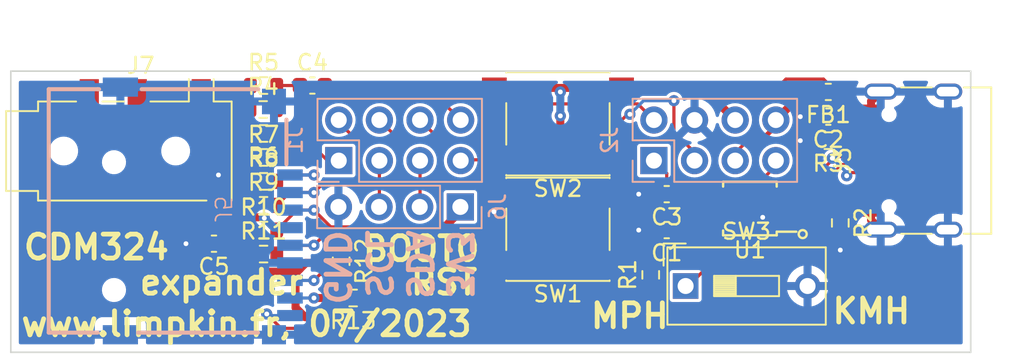
<source format=kicad_pcb>
(kicad_pcb (version 20221018) (generator pcbnew)
  (layers (0 "F.Cu" signal) (31 "B.Cu" signal) (34 "B.Paste" user) (35 "F.Paste" user) (36 "B.SilkS" user "B.Silkscreen") (37 "F.SilkS" user "F.Silkscreen") (38 "B.Mask" user) (39 "F.Mask" user) (44 "Edge.Cuts" user))
  (net 0 "")
  (net 1 "Net-(U1-V3)")
  (net 2 "GND")
  (net 3 "Net-(C2-Pad1)")
  (net 4 "VCC")
  (net 5 "Net-(C4-Pad1)")
  (net 6 "/VOUT")
  (net 7 "+3V3")
  (net 8 "/SPI_nCS")
  (net 9 "/nRESET")
  (net 10 "/SPI_SCK")
  (net 11 "/I2C_SCL")
  (net 12 "/SPI_MISO")
  (net 13 "/I2C_SDA")
  (net 14 "/SPI_MOSI")
  (net 15 "/BOOT0")
  (net 16 "/UART_RX")
  (net 17 "/UART_TX")
  (net 18 "/PA1")
  (net 19 "/PA0")
  (net 20 "Net-(U1-UD+)")
  (net 21 "Net-(J3-CC1)")
  (net 23 "Net-(U1-UD-)")
  (net 24 "Net-(J3-CC2)")
  (net 26 "Net-(U1-~{RTS})")
  (net 27 "Net-(R6-Pad1)")
  (net 28 "Net-(J5-DAT2)")
  (net 29 "Net-(J5-DAT1)")
  (net 33 "Net-(J7-PadT)")
  (footprint "Package_SO:MSOP-10_3x3mm_P0.5mm" (layer "F.Cu") (at 125.7 103 180)
    (fp_text reference "U1" (at 0 -2.6) (layer "F.SilkS"))
    (fp_text value "CH340X")
    (pad "1" smd rect (at -2.2 -1 180) (size 1.4 0.3) (layers "F.Cu" "F.Paste" "F.Mask") (net 20 "Net-(U1-UD+)"))
    (pad "2" smd rect (at -2.2 -0.5 180) (size 1.4 0.3) (layers "F.Cu" "F.Paste" "F.Mask") (net 23 "Net-(U1-UD-)"))
    (pad "3" smd rect (at -2.2 0 180) (size 1.4 0.3) (layers "F.Cu" "F.Paste" "F.Mask") (net 2 "GND"))
    (pad "4" smd rect (at -2.2 0.5 180) (size 1.4 0.3) (layers "F.Cu" "F.Paste" "F.Mask") (net 26 "Net-(U1-~{RTS})"))
    (pad "5" smd rect (at -2.2 1 180) (size 1.4 0.3) (layers "F.Cu" "F.Paste" "F.Mask"))
    (pad "6" smd rect (at 2.2 1 180) (size 1.4 0.3) (layers "F.Cu" "F.Paste" "F.Mask") (net 15 "/BOOT0"))
    (pad "7" smd rect (at 2.2 0.5 180) (size 1.4 0.3) (layers "F.Cu" "F.Paste" "F.Mask") (net 4 "VCC"))
    (pad "8" smd rect (at 2.2 0 180) (size 1.4 0.3) (layers "F.Cu" "F.Paste" "F.Mask") (net 16 "/UART_RX"))
    (pad "9" smd rect (at 2.2 -0.5 180) (size 1.4 0.3) (layers "F.Cu" "F.Paste" "F.Mask") (net 17 "/UART_TX"))
    (pad "10" smd rect (at 2.2 -1 180) (size 1.4 0.3) (layers "F.Cu" "F.Paste" "F.Mask") (net 1 "Net-(U1-V3)"))
  )
  (footprint "Resistor_SMD:R_0603_1608Metric" (layer "F.Cu") (at 131.35 103.9 -90)
    (fp_text reference "R2" (at 0 -1.43 90) (layer "F.SilkS"))
    (fp_text value "5.1k")
    (pad "1" smd roundrect (at -0.825 0 270) (size 0.8 0.95) (layers "F.Cu" "F.Paste" "F.Mask") (net 21 "Net-(J3-CC1)"))
    (pad "2" smd roundrect (at 0.825 0 270) (size 0.8 0.95) (layers "F.Cu" "F.Paste" "F.Mask") (net 2 "GND"))
  )
  (footprint "Inductor_SMD:L_0603_1608Metric" (layer "F.Cu") (at 130.6 95.7 180)
    (fp_text reference "FB1" (at 0 -1.43) (layer "F.SilkS"))
    (fp_text value "FerriteBead")
    (pad "1" smd roundrect (at -0.7875 0 180) (size 0.875 0.95) (layers "F.Cu" "F.Paste" "F.Mask") (net 3 "Net-(C2-Pad1)"))
    (pad "2" smd roundrect (at 0.7875 0 180) (size 0.875 0.95) (layers "F.Cu" "F.Paste" "F.Mask") (net 4 "VCC"))
  )
  (footprint "Resistor_SMD:R_0603_1608Metric" (layer "F.Cu") (at 95.275 96.8)
    (fp_text reference "R4" (at 0 -1.43) (layer "F.SilkS"))
    (fp_text value "1k")
    (pad "1" smd roundrect (at -0.825 0) (size 0.8 0.95) (layers "F.Cu" "F.Paste" "F.Mask") (net 33 "Net-(J7-PadT)"))
    (pad "2" smd roundrect (at 0.825 0) (size 0.8 0.95) (layers "F.Cu" "F.Paste" "F.Mask") (net 5 "Net-(C4-Pad1)"))
  )
  (footprint "Capacitor_SMD:C_0603_1608Metric" (layer "F.Cu") (at 120.5 102.1 180)
    (fp_text reference "C3" (at 0 -1.43) (layer "F.SilkS"))
    (fp_text value "1uF")
    (pad "1" smd roundrect (at -0.775 0 180) (size 0.9 0.95) (layers "F.Cu" "F.Paste" "F.Mask") (net 4 "VCC"))
    (pad "2" smd roundrect (at 0.775 0 180) (size 0.9 0.95) (layers "F.Cu" "F.Paste" "F.Mask") (net 2 "GND"))
  )
  (footprint "Connector_Audio:Jack_3.5mm_PJ320D_Horizontal" (layer "F.Cu") (at 87.58 99.4)
    (fp_text reference "J7" (at 0.05 -5.35) (layer "F.SilkS"))
    (fp_text value "AudioJack4")
    (pad "" np_thru_hole circle locked (at -4.775 0) (size 1.5 1.5) (drill 1.5) (layers "*.Cu" "*.Mask"))
    (pad "" np_thru_hole circle locked (at 2.225 0) (size 1.5 1.5) (drill 1.5) (layers "*.Cu" "*.Mask"))
    (pad "R1" smd rect locked (at -0.175 -3.25) (size 1.2 2.5) (layers "F.Cu" "F.Paste" "F.Mask"))
    (pad "R2" smd rect locked (at -3.175 -3.25) (size 1.2 2.5) (layers "F.Cu" "F.Paste" "F.Mask"))
    (pad "S" smd rect locked (at 4.925 3.25) (size 1.2 2.5) (layers "F.Cu" "F.Paste" "F.Mask") (net 2 "GND"))
    (pad "T" smd rect locked (at 3.825 -3.25) (size 1.2 2.5) (layers "F.Cu" "F.Paste" "F.Mask") (net 33 "Net-(J7-PadT)"))
  )
  (footprint "Resistor_SMD:R_0603_1608Metric" (layer "F.Cu") (at 95.3 95.3)
    (fp_text reference "R5" (at 0 -1.43) (layer "F.SilkS"))
    (fp_text value "1k")
    (pad "1" smd roundrect (at -0.825 0) (size 0.8 0.95) (layers "F.Cu" "F.Paste" "F.Mask") (net 33 "Net-(J7-PadT)"))
    (pad "2" smd roundrect (at 0.825 0) (size 0.8 0.95) (layers "F.Cu" "F.Paste" "F.Mask") (net 5 "Net-(C4-Pad1)"))
  )
  (footprint "Resistor_SMD:R_0603_1608Metric" (layer "F.Cu") (at 95.3 105.85)
    (fp_text reference "R11" (at 0 -1.43) (layer "F.SilkS"))
    (fp_text value "49k9")
    (pad "1" smd roundrect (at -0.825 0) (size 0.8 0.95) (layers "F.Cu" "F.Paste" "F.Mask") (net 7 "+3V3"))
    (pad "2" smd roundrect (at 0.825 0) (size 0.8 0.95) (layers "F.Cu" "F.Paste" "F.Mask") (net 10 "/SPI_SCK"))
  )
  (footprint "Resistor_SMD:R_0603_1608Metric" (layer "F.Cu") (at 95.3 102.8)
    (fp_text reference "R9" (at 0 -1.43) (layer "F.SilkS"))
    (fp_text value "49k9")
    (pad "1" smd roundrect (at -0.825 0) (size 0.8 0.95) (layers "F.Cu" "F.Paste" "F.Mask") (net 7 "+3V3"))
    (pad "2" smd roundrect (at 0.825 0) (size 0.8 0.95) (layers "F.Cu" "F.Paste" "F.Mask") (net 8 "/SPI_nCS"))
  )
  (footprint "Resistor_SMD:R_0603_1608Metric" (layer "F.Cu") (at 100.15 106.3 -90)
    (fp_text reference "R12" (at 0 -1.43 90) (layer "F.SilkS"))
    (fp_text value "49k9")
    (pad "1" smd roundrect (at -0.825 0 270) (size 0.8 0.95) (layers "F.Cu" "F.Paste" "F.Mask") (net 7 "+3V3"))
    (pad "2" smd roundrect (at 0.825 0 270) (size 0.8 0.95) (layers "F.Cu" "F.Paste" "F.Mask") (net 12 "/SPI_MISO"))
  )
  (footprint "Resistor_SMD:R_0603_1608Metric" (layer "F.Cu") (at 95.3 101.3)
    (fp_text reference "R8" (at 0 -1.43) (layer "F.SilkS"))
    (fp_text value "49k9")
    (pad "1" smd roundrect (at -0.825 0) (size 0.8 0.95) (layers "F.Cu" "F.Paste" "F.Mask") (net 7 "+3V3"))
    (pad "2" smd roundrect (at 0.825 0) (size 0.8 0.95) (layers "F.Cu" "F.Paste" "F.Mask") (net 28 "Net-(J5-DAT2)"))
  )
  (footprint "Button_Switch_SMD:SW_Push_1P1T_NO_6x6mm_H9.5mm" (layer "F.Cu") (at 113.7 97.7 180)
    (fp_text reference "SW2" (at 0 -4.05) (layer "F.SilkS"))
    (fp_text value "SW_Push")
    (pad "1" smd rect locked (at -3.975 -2.25 180) (size 1.55 1.3) (layers "F.Cu" "F.Paste" "F.Mask") (net 15 "/BOOT0"))
    (pad "1" smd rect locked (at 3.975 -2.25 180) (size 1.55 1.3) (layers "F.Cu" "F.Paste" "F.Mask") (net 15 "/BOOT0"))
    (pad "2" smd rect locked (at -3.975 2.25 180) (size 1.55 1.3) (layers "F.Cu" "F.Paste" "F.Mask") (net 7 "+3V3"))
    (pad "2" smd rect locked (at 3.975 2.25 180) (size 1.55 1.3) (layers "F.Cu" "F.Paste" "F.Mask") (net 7 "+3V3"))
  )
  (footprint "Resistor_SMD:R_0603_1608Metric" (layer "F.Cu") (at 95.3 104.35)
    (fp_text reference "R10" (at 0 -1.43) (layer "F.SilkS"))
    (fp_text value "49k9")
    (pad "1" smd roundrect (at -0.825 0) (size 0.8 0.95) (layers "F.Cu" "F.Paste" "F.Mask") (net 7 "+3V3"))
    (pad "2" smd roundrect (at 0.825 0) (size 0.8 0.95) (layers "F.Cu" "F.Paste" "F.Mask") (net 14 "/SPI_MOSI"))
  )
  (footprint "Resistor_SMD:R_0603_1608Metric" (layer "F.Cu") (at 100.9 108.6 180)
    (fp_text reference "R13" (at 0 -1.43) (layer "F.SilkS"))
    (fp_text value "49k9")
    (pad "1" smd roundrect (at -0.825 0 180) (size 0.8 0.95) (layers "F.Cu" "F.Paste" "F.Mask") (net 7 "+3V3"))
    (pad "2" smd roundrect (at 0.825 0 180) (size 0.8 0.95) (layers "F.Cu" "F.Paste" "F.Mask") (net 29 "Net-(J5-DAT1)"))
  )
  (footprint "Capacitor_SMD:C_0603_1608Metric" (layer "F.Cu") (at 120.5 104.35 180)
    (fp_text reference "C1" (at 0 -1.43) (layer "F.SilkS"))
    (fp_text value "1uF")
    (pad "1" smd roundrect (at -0.775 0 180) (size 0.9 0.95) (layers "F.Cu" "F.Paste" "F.Mask") (net 1 "Net-(U1-V3)"))
    (pad "2" smd roundrect (at 0.775 0 180) (size 0.9 0.95) (layers "F.Cu" "F.Paste" "F.Mask") (net 2 "GND"))
  )
  (footprint "Button_Switch_SMD:SW_Push_1P1T_NO_6x6mm_H9.5mm" (layer "F.Cu") (at 113.7 104.3 180)
    (fp_text reference "SW1" (at 0 -4.05) (layer "F.SilkS"))
    (fp_text value "SW_Push")
    (pad "1" smd rect locked (at -3.975 -2.25 180) (size 1.55 1.3) (layers "F.Cu" "F.Paste" "F.Mask") (net 9 "/nRESET"))
    (pad "1" smd rect locked (at 3.975 -2.25 180) (size 1.55 1.3) (layers "F.Cu" "F.Paste" "F.Mask") (net 9 "/nRESET"))
    (pad "2" smd rect locked (at -3.975 2.25 180) (size 1.55 1.3) (layers "F.Cu" "F.Paste" "F.Mask") (net 2 "GND"))
    (pad "2" smd rect locked (at 3.975 2.25 180) (size 1.55 1.3) (layers "F.Cu" "F.Paste" "F.Mask") (net 2 "GND"))
  )
  (footprint "Capacitor_SMD:C_0603_1608Metric" (layer "F.Cu") (at 98.35 95.3)
    (fp_text reference "C4" (at 0 -1.43) (layer "F.SilkS"))
    (fp_text value "1uF")
    (pad "1" smd roundrect (at -0.775 0) (size 0.9 0.95) (layers "F.Cu" "F.Paste" "F.Mask") (net 5 "Net-(C4-Pad1)"))
    (pad "2" smd roundrect (at 0.775 0) (size 0.9 0.95) (layers "F.Cu" "F.Paste" "F.Mask") (net 6 "/VOUT"))
  )
  (footprint "Resistor_SMD:R_0603_1608Metric" (layer "F.Cu") (at 119.5 107.15 90)
    (fp_text reference "R1" (at 0 -1.43 90) (layer "F.SilkS"))
    (fp_text value "1k")
    (pad "1" smd roundrect (at -0.825 0 90) (size 0.8 0.95) (layers "F.Cu" "F.Paste" "F.Mask") (net 26 "Net-(U1-~{RTS})"))
    (pad "2" smd roundrect (at 0.825 0 90) (size 0.8 0.95) (layers "F.Cu" "F.Paste" "F.Mask") (net 9 "/nRESET"))
  )
  (footprint "Button_Switch_THT:SW_DIP_SPSTx01_Slide_9.78x4.72mm_W7.62mm_P2.54mm" (layer "F.Cu") (at 121.6825 107.85)
    (fp_text reference "SW3" (at 3.81 -3.42) (layer "F.SilkS"))
    (fp_text value "SW_DIP_x01")
    (pad "1" thru_hole rect (at 0 0) (size 1.6 1.6) (drill 1) (layers "*.Cu" "*.Mask") (net 18 "/PA1"))
    (pad "2" thru_hole oval (at 7.62 0) (size 1.6 1.6) (drill 1) (layers "*.Cu" "*.Mask") (net 2 "GND"))
  )
  (footprint "Capacitor_SMD:C_0603_1608Metric" (layer "F.Cu") (at 130.6 97.25 180)
    (fp_text reference "C2" (at 0 -1.43) (layer "F.SilkS"))
    (fp_text value "1uF")
    (pad "1" smd roundrect (at -0.775 0 180) (size 0.9 0.95) (layers "F.Cu" "F.Paste" "F.Mask") (net 3 "Net-(C2-Pad1)"))
    (pad "2" smd roundrect (at 0.775 0 180) (size 0.9 0.95) (layers "F.Cu" "F.Paste" "F.Mask") (net 2 "GND"))
  )
  (footprint "Resistor_SMD:R_0603_1608Metric" (layer "F.Cu") (at 95.3 99.8)
    (fp_text reference "R7" (at 0 -1.43) (layer "F.SilkS"))
    (fp_text value "1k")
    (pad "1" smd roundrect (at -0.825 0) (size 0.8 0.95) (layers "F.Cu" "F.Paste" "F.Mask") (net 2 "GND"))
    (pad "2" smd roundrect (at 0.825 0) (size 0.8 0.95) (layers "F.Cu" "F.Paste" "F.Mask") (net 27 "Net-(R6-Pad1)"))
  )
  (footprint "Resistor_SMD:R_0603_1608Metric" (layer "F.Cu") (at 130.6 98.75 180)
    (fp_text reference "R3" (at 0 -1.43) (layer "F.SilkS"))
    (fp_text value "5.1k")
    (pad "1" smd roundrect (at -0.825 0 180) (size 0.8 0.95) (layers "F.Cu" "F.Paste" "F.Mask") (net 24 "Net-(J3-CC2)"))
    (pad "2" smd roundrect (at 0.825 0 180) (size 0.8 0.95) (layers "F.Cu" "F.Paste" "F.Mask") (net 2 "GND"))
  )
  (footprint "Connector_USB:USB_C_Receptacle_G-Switch_GT-USB-7010ASV" (layer "F.Cu") (at 137 100 90)
    (fp_text reference "J3" (at 0 -5.5 90) (layer "F.SilkS"))
    (fp_text value "USB_C_Receptacle_USB2.0")
    (pad "" np_thru_hole circle (at -2.89 -2.605 90) (size 0.65 0.65) (drill 0.65) (layers "*.Cu" "*.Mask"))
    (pad "" np_thru_hole circle (at 2.89 -2.605 90) (size 0.65 0.65) (drill 0.65) (layers "*.Cu" "*.Mask"))
    (pad "A1" smd rect (at -3.2 -3.725 90) (size 0.6 1.24) (layers "F.Cu" "F.Paste" "F.Mask") (net 2 "GND"))
    (pad "A4" smd rect (at -2.4 -3.725 90) (size 0.6 1.24) (layers "F.Cu" "F.Paste" "F.Mask") (net 3 "Net-(C2-Pad1)"))
    (pad "A5" smd rect (at -1.25 -3.725 90) (size 0.3 1.24) (layers "F.Cu" "F.Paste" "F.Mask") (net 21 "Net-(J3-CC1)"))
    (pad "A6" smd rect (at -0.25 -3.725 90) (size 0.3 1.24) (layers "F.Cu" "F.Paste" "F.Mask") (net 20 "Net-(U1-UD+)"))
    (pad "A7" smd rect (at 0.25 -3.725 90) (size 0.3 1.24) (layers "F.Cu" "F.Paste" "F.Mask") (net 23 "Net-(U1-UD-)"))
    (pad "A8" smd rect (at 1.25 -3.725 90) (size 0.3 1.24) (layers "F.Cu" "F.Paste" "F.Mask"))
    (pad "A9" smd rect (at 2.4 -3.725 90) (size 0.6 1.24) (layers "F.Cu" "F.Paste" "F.Mask") (net 3 "Net-(C2-Pad1)"))
    (pad "A12" smd rect (at 3.2 -3.725 90) (size 0.6 1.24) (layers "F.Cu" "F.Paste" "F.Mask") (net 2 "GND"))
    (pad "B1" smd rect (at 3.2 -3.725 90) (size 0.6 1.24) (layers "F.Cu" "F.Paste" "F.Mask") (net 2 "GND"))
    (pad "B4" smd rect (at 2.4 -3.725 90) (size 0.6 1.24) (layers "F.Cu" "F.Paste" "F.Mask") (net 3 "Net-(C2-Pad1)"))
    (pad "B5" smd rect (at 1.75 -3.725 90) (size 0.3 1.24) (layers "F.Cu" "F.Paste" "F.Mask") (net 24 "Net-(J3-CC2)"))
    (pad "B6" smd rect (at 0.75 -3.725 90) (size 0.3 1.24) (layers "F.Cu" "F.Paste" "F.Mask") (net 20 "Net-(U1-UD+)"))
    (pad "B7" smd rect (at -0.75 -3.725 90) (size 0.3 1.24) (layers "F.Cu" "F.Paste" "F.Mask") (net 23 "Net-(U1-UD-)"))
    (pad "B8" smd rect (at -1.75 -3.725 90) (size 0.3 1.24) (layers "F.Cu" "F.Paste" "F.Mask"))
    (pad "B9" smd rect (at -2.4 -3.725 90) (size 0.6 1.24) (layers "F.Cu" "F.Paste" "F.Mask") (net 3 "Net-(C2-Pad1)"))
    (pad "B12" smd rect (at -3.2 -3.725 90) (size 0.6 1.24) (layers "F.Cu" "F.Paste" "F.Mask") (net 2 "GND"))
    (pad "S1" thru_hole oval (at -4.32 -3.125 90) (size 1 2.1) (drill oval 0.6 1.7) (layers "*.Cu" "*.Mask") (net 2 "GND"))
    (pad "S1" thru_hole oval (at -4.32 1.075 90) (size 1 1.8) (drill oval 0.6 1.4) (layers "*.Cu" "*.Mask") (net 2 "GND"))
    (pad "S1" thru_hole oval (at 4.32 -3.125 90) (size 1 2.1) (drill oval 0.6 1.7) (layers "*.Cu" "*.Mask") (net 2 "GND"))
    (pad "S1" thru_hole oval (at 4.32 1.075 90) (size 1 1.8) (drill oval 0.6 1.4) (layers "*.Cu" "*.Mask") (net 2 "GND"))
  )
  (footprint "Resistor_SMD:R_0603_1608Metric" (layer "F.Cu") (at 95.3 98.3 180)
    (fp_text reference "R6" (at 0 -1.43) (layer "F.SilkS"))
    (fp_text value "1k")
    (pad "1" smd roundrect (at -0.825 0 180) (size 0.8 0.95) (layers "F.Cu" "F.Paste" "F.Mask") (net 27 "Net-(R6-Pad1)"))
    (pad "2" smd roundrect (at 0.825 0 180) (size 0.8 0.95) (layers "F.Cu" "F.Paste" "F.Mask") (net 33 "Net-(J7-PadT)"))
  )
  (footprint "Capacitor_SMD:C_0603_1608Metric" (layer "F.Cu") (at 92.2 105.2 180)
    (fp_text reference "C5" (at 0 -1.43) (layer "F.SilkS"))
    (fp_text value "1uF")
    (pad "1" smd roundrect (at -0.775 0 180) (size 0.9 0.95) (layers "F.Cu" "F.Paste" "F.Mask") (net 7 "+3V3"))
    (pad "2" smd roundrect (at 0.775 0 180) (size 0.9 0.95) (layers "F.Cu" "F.Paste" "F.Mask") (net 2 "GND"))
  )
  (footprint "Connector_PinHeader_2.54mm:PinHeader_1x04_P2.54mm_Vertical" (layer "B.Cu") (at 107.6 102.9 90)
    (fp_text reference "J6" (at 0 2.33 90) (layer "B.SilkS") (effects (justify mirror)))
    (fp_text value "Conn_01x04_Socket")
    (pad "1" thru_hole rect (at 0 0 90) (size 1.7 1.7) (drill 1) (layers "*.Cu" "*.Mask") (net 7 "+3V3"))
    (pad "2" thru_hole oval (at 0 -2.54 90) (size 1.7 1.7) (drill 1) (layers "*.Cu" "*.Mask") (net 13 "/I2C_SDA"))
    (pad "3" thru_hole oval (at 0 -5.08 90) (size 1.7 1.7) (drill 1) (layers "*.Cu" "*.Mask") (net 11 "/I2C_SCL"))
    (pad "4" thru_hole oval (at 0 -7.62 90) (size 1.7 1.7) (drill 1) (layers "*.Cu" "*.Mask") (net 2 "GND"))
  )
  (footprint "lib:XKTF-015-N" (layer "B.Cu") (at 89.7475 103.15 90)
    (fp_text reference "J5" (at 0.1 3 270 unlocked) (layer "B.SilkS") (effects (font (thickness 0.1)) (justify mirror)))
    (fp_text value "Micro_SD_Card_Det1")
    (pad "" np_thru_hole circle (at -4.95 -3.7975 90) (size 1.2 1.2) (drill 1.2) (layers "*.Cu" "*.Mask"))
    (pad "" np_thru_hole circle (at 3.05 -3.7975 90) (size 1.2 1.2) (drill 1.2) (layers "*.Cu" "*.Mask"))
    (pad "1" smd rect (at 2.25 7.2025 90) (size 0.7 1.6) (layers "B.Cu" "B.Paste" "B.Mask") (net 28 "Net-(J5-DAT2)"))
    (pad "2" smd rect (at 1.15 7.2025 90) (size 0.7 1.6) (layers "B.Cu" "B.Paste" "B.Mask") (net 8 "/SPI_nCS"))
    (pad "3" smd rect (at 0.05 7.2025 90) (size 0.7 1.6) (layers "B.Cu" "B.Paste" "B.Mask") (net 14 "/SPI_MOSI"))
    (pad "4" smd rect (at -1.05 7.2025 90) (size 0.7 1.6) (layers "B.Cu" "B.Paste" "B.Mask") (net 7 "+3V3"))
    (pad "5" smd rect (at -2.15 7.2025 90) (size 0.7 1.6) (layers "B.Cu" "B.Paste" "B.Mask") (net 10 "/SPI_SCK"))
    (pad "6" smd rect (at -3.25 7.2025 90) (size 0.7 1.6) (layers "B.Cu" "B.Paste" "B.Mask") (net 2 "GND"))
    (pad "7" smd rect (at -4.35 7.2025 90) (size 0.7 1.6) (layers "B.Cu" "B.Paste" "B.Mask") (net 12 "/SPI_MISO"))
    (pad "8" smd rect (at -5.45 7.2025 90) (size 0.7 1.6) (layers "B.Cu" "B.Paste" "B.Mask") (net 29 "Net-(J5-DAT1)"))
    (pad "9" smd rect (at -6.55 7.2025 90) (size 0.7 1.6) (layers "B.Cu" "B.Paste" "B.Mask") (net 19 "/PA0"))
    (pad "10" smd rect (at -7.75 -3.3975 90) (size 1.2 2.2) (layers "B.Cu" "B.Paste" "B.Mask") (net 2 "GND"))
    (pad "10" smd rect (at -7.75 6.2025 90) (size 1.2 1.5) (layers "B.Cu" "B.Paste" "B.Mask") (net 2 "GND"))
    (pad "10" smd rect (at 6.85 6.2025 90) (size 1.6 1.5) (layers "B.Cu" "B.Paste" "B.Mask") (net 2 "GND"))
    (pad "10" smd rect (at 7.75 -3.3975 90) (size 1.2 2.2) (layers "B.Cu" "B.Paste" "B.Mask") (net 2 "GND"))
  )
  (footprint "Connector_PinSocket_2.54mm:PinSocket_2x04_P2.54mm_Vertical" (layer "B.Cu") (at 119.7 100 -90)
    (fp_text reference "J2" (at -1.27 2.77 90) (layer "B.SilkS") (effects (justify mirror)))
    (fp_text value "Conn_02x04_Odd_Even")
    (pad "1" thru_hole rect locked (at 0 0 270) (size 1.7 1.7) (drill 1) (layers "*.Cu" "*.Mask") (net 16 "/UART_RX"))
    (pad "2" thru_hole oval locked (at -2.54 0 270) (size 1.7 1.7) (drill 1) (layers "*.Cu" "*.Mask") (net 6 "/VOUT"))
    (pad "3" thru_hole oval locked (at 0 -2.54 270) (size 1.7 1.7) (drill 1) (layers "*.Cu" "*.Mask") (net 17 "/UART_TX"))
    (pad "4" thru_hole oval locked (at -2.54 -2.54 270) (size 1.7 1.7) (drill 1) (layers "*.Cu" "*.Mask") (net 2 "GND"))
    (pad "5" thru_hole oval locked (at 0 -5.08 270) (size 1.7 1.7) (drill 1) (layers "*.Cu" "*.Mask") (net 18 "/PA1"))
    (pad "6" thru_hole oval locked (at -2.54 -5.08 270) (size 1.7 1.7) (drill 1) (layers "*.Cu" "*.Mask") (net 7 "+3V3"))
    (pad "7" thru_hole oval locked (at 0 -7.62 270) (size 1.7 1.7) (drill 1) (layers "*.Cu" "*.Mask") (net 19 "/PA0"))
    (pad "8" thru_hole oval locked (at -2.54 -7.62 270) (size 1.7 1.7) (drill 1) (layers "*.Cu" "*.Mask") (net 4 "VCC"))
  )
  (footprint "Connector_PinSocket_2.54mm:PinSocket_2x04_P2.54mm_Vertical" (layer "B.Cu") (at 100 100 -90)
    (fp_text reference "J1" (at -1.27 2.77 90) (layer "B.SilkS") (effects (justify mirror)))
    (fp_text value "Conn_02x04_Odd_Even")
    (pad "1" thru_hole rect locked (at 0 0 270) (size 1.7 1.7) (drill 1) (layers "*.Cu" "*.Mask") (net 9 "/nRESET"))
    (pad "2" thru_hole oval locked (at -2.54 0 270) (size 1.7 1.7) (drill 1) (layers "*.Cu" "*.Mask") (net 8 "/SPI_nCS"))
    (pad "3" thru_hole oval locked (at 0 -2.54 270) (size 1.7 1.7) (drill 1) (layers "*.Cu" "*.Mask") (net 11 "/I2C_SCL"))
    (pad "4" thru_hole oval locked (at -2.54 -2.54 270) (size 1.7 1.7) (drill 1) (layers "*.Cu" "*.Mask") (net 10 "/SPI_SCK"))
    (pad "5" thru_hole oval locked (at 0 -5.08 270) (size 1.7 1.7) (drill 1) (layers "*.Cu" "*.Mask") (net 13 "/I2C_SDA"))
    (pad "6" thru_hole oval locked (at -2.54 -5.08 270) (size 1.7 1.7) (drill 1) (layers "*.Cu" "*.Mask") (net 12 "/SPI_MISO"))
    (pad "7" thru_hole oval locked (at 0 -7.62 270) (size 1.7 1.7) (drill 1) (layers "*.Cu" "*.Mask") (net 15 "/BOOT0"))
    (pad "8" thru_hole oval locked (at -2.54 -7.62 270) (size 1.7 1.7) (drill 1) (layers "*.Cu" "*.Mask") (net 14 "/SPI_MOSI"))
  )
  (gr_circle (center 129 104.6) (end 129.25 104.6) (stroke (width 0.15)) (fill none) (layer "F.SilkS"))
  (gr_line (start 79.5 94.4) (end 79.5 112) (stroke (width 0.1)) (layer "Edge.Cuts"))
  (gr_line (start 79.5 112) (end 139.5 112) (stroke (width 0.1)) (layer "Edge.Cuts"))
  (gr_line (start 139.5 94.4) (end 139.5 112) (stroke (width 0.1)) (layer "Edge.Cuts"))
  (gr_line (start 79.5 94.4) (end 139.5 94.4) (stroke (width 0.1)) (layer "Edge.Cuts"))
  (gr_text "3V3" (at 106.65 104.2 270) (layer "B.SilkS") (effects (font (size 1.5 1.5) (thickness 0.3) bold) (justify right bottom mirror)))
  (gr_text "SCL" (at 101.6 104.2 270) (layer "B.SilkS") (effects (font (size 1.5 1.5) (thickness 0.3) bold) (justify right bottom mirror)))
  (gr_text "SDA" (at 104.15 104.2 270) (layer "B.SilkS") (effects (font (size 1.5 1.5) (thickness 0.3) bold) (justify right bottom mirror)))
  (gr_text "GND" (at 99 104.2 270) (layer "B.SilkS") (effects (font (size 1.5 1.5) (thickness 0.3) bold) (justify right bottom mirror)))
  (gr_text "MPH" (at 115.6 110.6) (layer "F.SilkS") (effects (font (size 1.5 1.5) (thickness 0.3) bold) (justify left bottom)))
  (gr_text "CDM324" (at 80.15 106.3) (layer "F.SilkS") (effects (font (size 1.5 1.5) (thickness 0.3) bold) (justify left bottom)))
  (gr_text "BOOT0" (at 101.35 106.4) (layer "F.SilkS") (effects (font (size 1.5 1.5) (thickness 0.3) bold) (justify left bottom)))
  (gr_text "www.limpkin.fr, 07/2023" (at 80 111.1) (layer "F.SilkS") (effects (font (size 1.5 1.5) (thickness 0.3) bold) (justify left bottom)))
  (gr_text "KMH" (at 130.7 110.3) (layer "F.SilkS") (effects (font (size 1.5 1.5) (thickness 0.3) bold) (justify left bottom)))
  (gr_text "expander" (at 87.4 108.5) (layer "F.SilkS") (effects (font (size 1.5 1.5) (thickness 0.3) bold) (justify left bottom)))
  (gr_text "RST" (at 104.35 108.5) (layer "F.SilkS") (effects (font (size 1.5 1.5) (thickness 0.3) bold) (justify left bottom)))
  (segment (start 121.85 104) (end 121.625 104) (width 0.3) (layer "F.Cu") (net 1))
  (segment (start 121.85 104) (end 121.375 104) (width 0.3) (layer "F.Cu") (net 1))
  (segment (start 123.5 104) (end 121.85 104) (width 0.3) (layer "F.Cu") (net 1))
  (segment (start 121.625 104) (end 121.275 104.35) (width 0.3) (layer "F.Cu") (net 1))
  (segment (start 127.05 103) (end 126.5 103.55) (width 0.3) (layer "F.Cu") (net 2))
  (segment (start 129.825 97.25) (end 128.85 97.25) (width 0.5) (layer "F.Cu") (net 2))
  (segment (start 92.755 102.9) (end 92.505 102.65) (width 0.5) (layer "F.Cu") (net 2))
  (segment (start 92.505 100.925) (end 92.48 100.9) (width 0.5) (layer "F.Cu") (net 2))
  (segment (start 118.7 102.05) (end 118.75 102.1) (width 0.5) (layer "F.Cu") (net 2))
  (segment (start 133.275 96.8) (end 133.275 96.28) (width 0.5) (layer "F.Cu") (net 2))
  (segment (start 131.35 105.6) (end 131.35 104.725) (width 0.5) (layer "F.Cu") (net 2))
  (segment (start 117.675 102.05) (end 118.7 102.05) (width 0.5) (layer "F.Cu") (net 2))
  (segment (start 94.475 99.8) (end 93.58 99.8) (width 0.2) (layer "F.Cu") (net 2))
  (segment (start 91.425 105.2) (end 90.45 105.2) (width 0.5) (layer "F.Cu") (net 2))
  (segment (start 133.275 96.28) (end 133.875 95.68) (width 0.5) (layer "F.Cu") (net 2))
  (segment (start 129.775 98.75) (end 128.85 98.75) (width 0.5) (layer "F.Cu") (net 2))
  (segment (start 127.9 103) (end 127.05 103) (width 0.3) (layer "F.Cu") (net 2))
  (segment (start 133.275 103.2) (end 133.275 103.72) (width 0.5) (layer "F.Cu") (net 2))
  (segment (start 92.505 102.65) (end 92.505 100.925) (width 0.5) (layer "F.Cu") (net 2))
  (segment (start 119.725 104.35) (end 118.75 104.35) (width 0.5) (layer "F.Cu") (net 2))
  (segment (start 93.58 99.8) (end 92.48 100.9) (width 0.2) (layer "F.Cu") (net 2))
  (segment (start 109.725 102.05) (end 109.725 103.175) (width 0.5) (layer "F.Cu") (net 2))
  (segment (start 119.725 102.1) (end 118.75 102.1) (width 0.5) (layer "F.Cu") (net 2))
  (segment (start 109.725 103.175) (end 109.7 103.2) (width 0.5) (layer "F.Cu") (net 2))
  (segment (start 133.275 103.72) (end 133.875 104.32) (width 0.5) (layer "F.Cu") (net 2))
  (via (at 109.7 103.2) (size 0.7) (drill 0.3) (layers "F.Cu" "B.Cu") (net 2))
  (via (at 92.48 100.9) (size 0.7) (drill 0.3) (layers "F.Cu" "B.Cu") (net 2))
  (via (at 128.85 98.75) (size 0.7) (drill 0.3) (layers "F.Cu" "B.Cu") (net 2))
  (via (at 118.75 102.1) (size 0.7) (drill 0.3) (layers "F.Cu" "B.Cu") (net 2))
  (via (at 128.85 97.25) (size 0.7) (drill 0.3) (layers "F.Cu" "B.Cu") (net 2))
  (via (at 131.35 105.6) (size 0.7) (drill 0.3) (layers "F.Cu" "B.Cu") (net 2))
  (via (at 90.45 105.2) (size 0.7) (drill 0.3) (layers "F.Cu" "B.Cu") (net 2))
  (via (at 126.5 103.55) (size 0.7) (drill 0.3) (layers "F.Cu" "B.Cu") (net 2))
  (via (at 118.75 104.35) (size 0.7) (drill 0.3) (layers "F.Cu" "B.Cu") (net 2))
  (segment (start 99.98 104.72) (end 99.95 104.75) (width 0.5) (layer "B.Cu") (net 2))
  (segment (start 122.24 97.46) (end 123.48 98.7) (width 0.5) (layer "B.Cu") (net 2))
  (segment (start 122.24 97.46) (end 122.24 95.76) (width 0.5) (layer "B.Cu") (net 2))
  (segment (start 99.98 102.9) (end 99.98 101.57) (width 0.5) (layer "B.Cu") (net 2))
  (segment (start 99.98 102.9) (end 99.98 104.72) (width 0.5) (layer "B.Cu") (net 2))
  (segment (start 122.24 97.46) (end 121.05 98.65) (width 0.5) (layer "B.Cu") (net 2))
  (segment (start 123.48 98.7) (end 123.55 98.7) (width 0.5) (layer "B.Cu") (net 2))
  (segment (start 122.24 95.76) (end 122.25 95.75) (width 0.5) (layer "B.Cu") (net 2))
  (segment (start 133.275 102.4) (end 133.425 102.25) (width 0.3) (layer "F.Cu") (net 3))
  (segment (start 131.725 97.6) (end 131.375 97.25) (width 0.5) (layer "F.Cu") (net 3))
  (segment (start 133.425 97.75) (end 133.275 97.6) (width 0.3) (layer "F.Cu") (net 3))
  (segment (start 131.3875 97.2375) (end 131.375 97.25) (width 0.5) (layer "F.Cu") (net 3))
  (segment (start 134.85 101.445) (end 134.85 98.555) (width 0.3) (layer "F.Cu") (net 3))
  (segment (start 134.85 98.555) (end 134.045 97.75) (width 0.3) (layer "F.Cu") (net 3))
  (segment (start 133.425 102.25) (end 134.045 102.25) (width 0.3) (layer "F.Cu") (net 3))
  (segment (start 134.045 97.75) (end 133.425 97.75) (width 0.3) (layer "F.Cu") (net 3))
  (segment (start 133.275 97.6) (end 131.725 97.6) (width 0.5) (layer "F.Cu") (net 3))
  (segment (start 134.045 102.25) (end 134.85 101.445) (width 0.3) (layer "F.Cu") (net 3))
  (segment (start 131.3875 95.7) (end 131.3875 97.2375) (width 0.5) (layer "F.Cu") (net 3))
  (segment (start 127.32 97.83) (end 127.32 97.46) (width 0.3) (layer "F.Cu") (net 4))
  (segment (start 124.45 102.5) (end 126.05 100.9) (width 0.3) (layer "F.Cu") (net 4))
  (segment (start 121.675 102.5) (end 121.275 102.1) (width 0.3) (layer "F.Cu") (net 4))
  (segment (start 123.5 102.5) (end 124.45 102.5) (width 0.3) (layer "F.Cu") (net 4))
  (segment (start 126.05 99.1) (end 127.32 97.83) (width 0.3) (layer "F.Cu") (net 4))
  (segment (start 129.08 95.7) (end 127.32 97.46) (width 0.5) (layer "F.Cu") (net 4))
  (segment (start 126.05 100.9) (end 126.05 99.1) (width 0.3) (layer "F.Cu") (net 4))
  (segment (start 123.5 102.5) (end 121.675 102.5) (width 0.3) (layer "F.Cu") (net 4))
  (segment (start 129.8125 95.7) (end 129.08 95.7) (width 0.5) (layer "F.Cu") (net 4))
  (segment (start 96.125 96.775) (end 96.1 96.8) (width 0.2) (layer "F.Cu") (net 5))
  (segment (start 97.575 95.3) (end 96.125 95.3) (width 0.2) (layer "F.Cu") (net 5))
  (segment (start 96.125 95.3) (end 96.125 96.775) (width 0.2) (layer "F.Cu") (net 5))
  (segment (start 99.375 95.3) (end 99.25 95.3) (width 0.2) (layer "F.Cu") (net 6))
  (segment (start 108.815686 96.45) (end 107.665686 95.3) (width 0.2) (layer "F.Cu") (net 6))
  (segment (start 118.69 96.45) (end 108.815686 96.45) (width 0.2) (layer "F.Cu") (net 6))
  (segment (start 107.665686 95.3) (end 99.125 95.3) (width 0.2) (layer "F.Cu") (net 6))
  (segment (start 119.7 97.46) (end 118.69 96.45) (width 0.2) (layer "F.Cu") (net 6))
  (segment (start 97.3 107.05) (end 97.3 109.2) (width 0.5) (layer "F.Cu") (net 7))
  (segment (start 105.575 105.2) (end 99.9 105.2) (width 0.5) (layer "F.Cu") (net 7))
  (segment (start 97.95 106.4) (end 97.575 106.775) (width 0.5) (layer "F.Cu") (net 7))
  (segment (start 122.77 95.45) (end 124.78 97.46) (width 0.5) (layer "F.Cu") (net 7))
  (segment (start 107.6 103.175) (end 105.575 105.2) (width 0.5) (layer "F.Cu") (net 7))
  (segment (start 109.725 95.45) (end 117.675 95.45) (width 0.5) (layer "F.Cu") (net 7))
  (segment (start 95.1 106.95) (end 94.475 106.325) (width 0.5) (layer "F.Cu") (net 7))
  (segment (start 94.475 106.325) (end 94.475 105.15) (width 0.5) (layer "F.Cu") (net 7))
  (segment (start 94.475 105.15) (end 94.475 104.35) (width 0.5) (layer "F.Cu") (net 7))
  (segment (start 101.75 109.8) (end 109.75 109.8) (width 0.5) (layer "F.Cu") (net 7))
  (segment (start 93.025 105.15) (end 92.975 105.2) (width 0.5) (layer "F.Cu") (net 7))
  (segment (start 97.575 106.775) (end 97.4 106.95) (width 0.5) (layer "F.Cu") (net 7))
  (segment (start 97.3 109.2) (end 97.9 109.8) (width 0.5) (layer "F.Cu") (net 7))
  (segment (start 94.475 103.55) (end 94.475 101.3) (width 0.5) (layer "F.Cu") (net 7))
  (segment (start 99.9 105.2) (end 98.7 106.4) (width 0.5) (layer "F.Cu") (net 7))
  (segment (start 109.75 109.8) (end 113.85 105.7) (width 0.5) (layer "F.Cu") (net 7))
  (segment (start 95.299507 103.55) (end 95.347164 103.597657) (width 0.5) (layer "F.Cu") (net 7))
  (segment (start 94.475 103.55) (end 95.299507 103.55) (width 0.5) (layer "F.Cu") (net 7))
  (segment (start 107.6 102.9) (end 107.6 103.175) (width 0.5) (layer "F.Cu") (net 7))
  (segment (start 98.7 106.4) (end 97.95 106.4) (width 0.5) (layer "F.Cu") (net 7))
  (segment (start 117.675 95.45) (end 122.77 95.45) (width 0.5) (layer "F.Cu") (net 7))
  (segment (start 97.575 106.775) (end 97.3 107.05) (width 0.5) (layer "F.Cu") (net 7))
  (segment (start 94.475 105.15) (end 93.025 105.15) (width 0.5) (layer "F.Cu") (net 7))
  (segment (start 113.85 105.7) (end 113.85 97.2) (width 0.5) (layer "F.Cu") (net 7))
  (segment (start 101.725 108.6) (end 101.725 109.775) (width 0.5) (layer "F.Cu") (net 7))
  (segment (start 97.9 109.8) (end 101.75 109.8) (width 0.5) (layer "F.Cu") (net 7))
  (segment (start 101.725 109.775) (end 101.75 109.8) (width 0.5) (layer "F.Cu") (net 7))
  (segment (start 97.4 106.95) (end 95.1 106.95) (width 0.5) (layer "F.Cu") (net 7))
  (segment (start 94.475 104.35) (end 94.475 103.55) (width 0.5) (layer "F.Cu") (net 7))
  (via (at 113.85 97.2) (size 0.7) (drill 0.3) (layers "F.Cu" "B.Cu") (net 7))
  (via (at 95.347164 103.597657) (size 0.7) (drill 0.3) (layers "F.Cu" "B.Cu") (net 7))
  (via (at 113.85 95.7) (size 0.7) (drill 0.3) (layers "F.Cu" "B.Cu") (net 7))
  (segment (start 96.95 104.2) (end 96.1 104.2) (width 0.5) (layer "B.Cu") (net 7))
  (segment (start 96.95 104.2) (end 95.949507 104.2) (width 0.5) (layer "B.Cu") (net 7))
  (segment (start 95.949507 104.2) (end 95.347164 103.597657) (width 0.5) (layer "B.Cu") (net 7))
  (segment (start 113.85 97.2) (end 113.85 95.7) (width 0.5) (layer "B.Cu") (net 7))
  (segment (start 98.45 102) (end 96.925 102) (width 0.2) (layer "F.Cu") (net 8))
  (segment (start 100 97.6) (end 101.3 98.9) (width 0.2) (layer "F.Cu") (net 8))
  (segment (start 96.925 102) (end 96.125 102.8) (width 0.2) (layer "F.Cu") (net 8))
  (segment (start 101.3 98.9) (end 101.3 100.95) (width 0.2) (layer "F.Cu") (net 8))
  (segment (start 101.3 100.95) (end 100.75 101.5) (width 0.2) (layer "F.Cu") (net 8))
  (segment (start 100.75 101.5) (end 98.95 101.5) (width 0.2) (layer "F.Cu") (net 8))
  (segment (start 98.95 101.5) (end 98.45 102) (width 0.2) (layer "F.Cu") (net 8))
  (segment (start 96.125 102.8) (end 96.05 102.8) (width 0.2) (layer "F.Cu") (net 8))
  (segment (start 96.125 102.775) (end 96.125 102.8) (width 0.2) (layer "F.Cu") (net 8))
  (segment (start 100 97.46) (end 100 97.6) (width 0.2) (layer "F.Cu") (net 8))
  (via (at 98.45 102) (size 0.7) (drill 0.3) (layers "F.Cu" "B.Cu") (net 8))
  (segment (start 96.95 102) (end 97.95 102) (width 0.2) (layer "B.Cu") (net 8))
  (segment (start 96.95 102) (end 98.45 102) (width 0.2) (layer "B.Cu") (net 8))
  (segment (start 111.55 99.05) (end 109.4 96.9) (width 0.2) (layer "F.Cu") (net 9))
  (segment (start 111.55 103) (end 111.55 99.05) (width 0.2) (layer "F.Cu") (net 9))
  (segment (start 98.75 99.45) (end 99.3 100) (width 0.2) (layer "F.Cu") (net 9))
  (segment (start 109.725 104.825) (end 111.55 103) (width 0.2) (layer "F.Cu") (net 9))
  (segment (start 107.55 95.75) (end 99.95 95.75) (width 0.2) (layer "F.Cu") (net 9))
  (segment (start 109.4 96.9) (end 108.7 96.9) (width 0.2) (layer "F.Cu") (net 9))
  (segment (start 108.7 96.9) (end 107.55 95.75) (width 0.2) (layer "F.Cu") (net 9))
  (segment (start 117.9 106.325) (end 117.675 106.55) (width 0.2) (layer "F.Cu") (net 9))
  (segment (start 99.95 95.75) (end 98.75 96.95) (width 0.2) (layer "F.Cu") (net 9))
  (segment (start 119.5 106.325) (end 117.9 106.325) (width 0.2) (layer "F.Cu") (net 9))
  (segment (start 98.75 96.95) (end 98.75 99.45) (width 0.2) (layer "F.Cu") (net 9))
  (segment (start 109.725 106.55) (end 109.725 104.825) (width 0.2) (layer "F.Cu") (net 9))
  (segment (start 99.3 100) (end 100 100) (width 0.2) (layer "F.Cu") (net 9))
  (segment (start 100.45 104.6) (end 99.15 104.6) (width 0.2) (layer "F.Cu") (net 10))
  (segment (start 102.54 97.46) (end 103.78 98.7) (width 0.2) (layer "F.Cu") (net 10))
  (segment (start 98.45 105.3) (end 96.675 105.3) (width 0.2) (layer "F.Cu") (net 10))
  (segment (start 106.35 103.5) (end 105.25 104.6) (width 0.2) (layer "F.Cu") (net 10))
  (segment (start 96.675 105.3) (end 96.125 105.85) (width 0.2) (layer "F.Cu") (net 10))
  (segment (start 100.45 104.6) (end 99.85 104.6) (width 0.2) (layer "F.Cu") (net 10))
  (segment (start 103.78 98.7) (end 105.65 98.7) (width 0.2) (layer "F.Cu") (net 10))
  (segment (start 99.15 104.6) (end 98.45 105.3) (width 0.2) (layer "F.Cu") (net 10))
  (segment (start 105.65 98.7) (end 106.35 99.4) (width 0.2) (layer "F.Cu") (net 10))
  (segment (start 105.25 104.6) (end 100.45 104.6) (width 0.2) (layer "F.Cu") (net 10))
  (segment (start 106.35 99.4) (end 106.35 103.5) (width 0.2) (layer "F.Cu") (net 10))
  (via (at 98.45 105.3) (size 0.7) (drill 0.3) (layers "F.Cu" "B.Cu") (net 10))
  (segment (start 96.95 105.3) (end 98.45 105.3) (width 0.2) (layer "B.Cu") (net 10))
  (segment (start 102.54 100) (end 102.54 102.88) (width 0.2) (layer "F.Cu") (net 11))
  (segment (start 102.54 102.88) (end 102.52 102.9) (width 0.2) (layer "F.Cu") (net 11))
  (segment (start 100.15 107.125) (end 98.825 107.125) (width 0.2) (layer "F.Cu") (net 12))
  (segment (start 111.05 102.85) (end 109.65 104.25) (width 0.2) (layer "F.Cu") (net 12))
  (segment (start 101.425 105.85) (end 100.15 107.125) (width 0.2) (layer "F.Cu") (net 12))
  (segment (start 98.825 107.125) (end 98.45 107.5) (width 0.2) (layer "F.Cu") (net 12))
  (segment (start 111.05 99.225) (end 111.05 102.85) (width 0.2) (layer "F.Cu") (net 12))
  (segment (start 105.08 97.46) (end 106.32 98.7) (width 0.2) (layer "F.Cu") (net 12))
  (segment (start 107.45 104.25) (end 105.85 105.85) (width 0.2) (layer "F.Cu") (net 12))
  (segment (start 105.85 105.85) (end 101.425 105.85) (width 0.2) (layer "F.Cu") (net 12))
  (segment (start 110.525 98.7) (end 111.05 99.225) (width 0.2) (layer "F.Cu") (net 12))
  (segment (start 109.65 104.25) (end 107.45 104.25) (width 0.2) (layer "F.Cu") (net 12))
  (segment (start 106.32 98.7) (end 110.525 98.7) (width 0.2) (layer "F.Cu") (net 12))
  (via (at 98.45 107.5) (size 0.7) (drill 0.3) (layers "F.Cu" "B.Cu") (net 12))
  (segment (start 96.95 107.5) (end 98.45 107.5) (width 0.2) (layer "B.Cu") (net 12))
  (segment (start 105.08 102.88) (end 105.06 102.9) (width 0.2) (layer "F.Cu") (net 13))
  (segment (start 105.08 100) (end 105.08 102.88) (width 0.2) (layer "F.Cu") (net 13))
  (segment (start 101.25 96.95) (end 101.25 98) (width 0.2) (layer "F.Cu") (net 14))
  (segment (start 99.5 104.15) (end 98.45 103.1) (width 0.2) (layer "F.Cu") (net 14))
  (segment (start 102 96.2) (end 101.25 96.95) (width 0.2) (layer "F.Cu") (net 14))
  (segment (start 107.62 97.46) (end 107.73 97.35) (width 0.2) (layer "F.Cu") (net 14))
  (segment (start 103 104.15) (end 99.5 104.15) (width 0.2) (layer "F.Cu") (net 14))
  (segment (start 107.62 97.46) (end 106.36 96.2) (width 0.2) (layer "F.Cu") (net 14))
  (segment (start 103.05 98.75) (end 103.8 99.5) (width 0.2) (layer "F.Cu") (net 14))
  (segment (start 97.375 103.1) (end 96.125 104.35) (width 0.2) (layer "F.Cu") (net 14))
  (segment (start 96.125 104.35) (end 96.125 104.125) (width 0.2) (layer "F.Cu") (net 14))
  (segment (start 102 98.75) (end 103.05 98.75) (width 0.2) (layer "F.Cu") (net 14))
  (segment (start 98.45 103.1) (end 97.375 103.1) (width 0.2) (layer "F.Cu") (net 14))
  (segment (start 106.36 96.2) (end 102 96.2) (width 0.2) (layer "F.Cu") (net 14))
  (segment (start 103.8 103.35) (end 103 104.15) (width 0.2) (layer "F.Cu") (net 14))
  (segment (start 101.25 98) (end 102 98.75) (width 0.2) (layer "F.Cu") (net 14))
  (segment (start 103.8 99.5) (end 103.8 103.35) (width 0.2) (layer "F.Cu") (net 14))
  (segment (start 96.1 104.35) (end 96.125 104.35) (width 0.2) (layer "F.Cu") (net 14))
  (via (at 98.45 103.1) (size 0.7) (drill 0.3) (layers "F.Cu" "B.Cu") (net 14))
  (segment (start 96.95 103.1) (end 98.45 103.1) (width 0.2) (layer "B.Cu") (net 14))
  (segment (start 123.5 102) (end 123 102) (width 0.2) (layer "F.Cu") (net 15))
  (segment (start 122.25 101.25) (end 121.35 101.25) (width 0.2) (layer "F.Cu") (net 15))
  (segment (start 107.67 99.95) (end 107.62 100) (width 0.2) (layer "F.Cu") (net 15))
  (segment (start 109.725 99.95) (end 107.67 99.95) (width 0.2) (layer "F.Cu") (net 15))
  (segment (start 123 102) (end 122.25 101.25) (width 0.2) (layer "F.Cu") (net 15))
  (segment (start 121.35 101.25) (end 120.95 100.85) (width 0.2) (layer "F.Cu") (net 15))
  (segment (start 120.75 98.75) (end 118.55 98.75) (width 0.2) (layer "F.Cu") (net 15))
  (segment (start 120.95 98.95) (end 120.75 98.75) (width 0.2) (layer "F.Cu") (net 15))
  (segment (start 120.95 100.85) (end 120.95 98.95) (width 0.2) (layer "F.Cu") (net 15))
  (segment (start 117.675 99.625) (end 117.675 99.95) (width 0.2) (layer "F.Cu") (net 15))
  (segment (start 118.55 98.75) (end 117.675 99.625) (width 0.2) (layer "F.Cu") (net 15))
  (segment (start 120.5 102.65) (end 120.5 100.8) (width 0.2) (layer "F.Cu") (net 16))
  (segment (start 120.85 103) (end 120.5 102.65) (width 0.2) (layer "F.Cu") (net 16))
  (segment (start 120.5 100.8) (end 119.7 100) (width 0.2) (layer "F.Cu") (net 16))
  (segment (start 123.5 103) (end 120.85 103) (width 0.2) (layer "F.Cu") (net 16))
  (segment (start 123.5 103.5) (end 116.95 103.5) (width 0.2) (layer "F.Cu") (net 17))
  (segment (start 118.2 96.95) (end 118.2 97.0995) (width 0.2) (layer "F.Cu") (net 17))
  (segment (start 116.1 99.05) (end 118.2 96.95) (width 0.2) (layer "F.Cu") (net 17))
  (segment (start 122.24 99.49) (end 122.24 100) (width 0.2) (layer "F.Cu") (net 17))
  (segment (start 116.1 102.65) (end 116.1 99.05) (width 0.2) (layer "F.Cu") (net 17))
  (segment (start 116.95 103.5) (end 116.1 102.65) (width 0.2) (layer "F.Cu") (net 17))
  (segment (start 120.95 96.2495) (end 120.95 98.2) (width 0.2) (layer "F.Cu") (net 17))
  (segment (start 120.95 98.2) (end 122.24 99.49) (width 0.2) (layer "F.Cu") (net 17))
  (segment (start 122.85 100) (end 122.24 100) (width 0.2) (layer "F.Cu") (net 17))
  (via (at 118.2 97.0995) (size 0.7) (drill 0.3) (layers "F.Cu" "B.Cu") (net 17))
  (via (at 120.95 96.2495) (size 0.7) (drill 0.3) (layers "F.Cu" "B.Cu") (net 17))
  (segment (start 119.05 96.2495) (end 120.95 96.2495) (width 0.2) (layer "B.Cu") (net 17))
  (segment (start 118.2 97.0995) (end 119.05 96.2495) (width 0.2) (layer "B.Cu") (net 17))
  (segment (start 128.4 101.35) (end 127 101.35) (width 0.2) (layer "F.Cu") (net 18))
  (segment (start 125.2 103.15) (end 125.2 104.5) (width 0.2) (layer "F.Cu") (net 18))
  (segment (start 125.2 104.5) (end 121.8 107.9) (width 0.2) (layer "F.Cu") (net 18))
  (segment (start 126.05 98.25) (end 126.05 96.8) (width 0.2) (layer "F.Cu") (net 18))
  (segment (start 130.6 95.2) (end 130.6 99.15) (width 0.2) (layer "F.Cu") (net 18))
  (segment (start 126.05 96.8) (end 127.95 94.9) (width 0.2) (layer "F.Cu") (net 18))
  (segment (start 121.8 107.9) (end 121.6825 107.9) (width 0.2) (layer "F.Cu") (net 18))
  (segment (start 124.78 99.52) (end 126.05 98.25) (width 0.2) (layer "F.Cu") (net 18))
  (segment (start 130.3 94.9) (end 130.6 95.2) (width 0.2) (layer "F.Cu") (net 18))
  (segment (start 127 101.35) (end 125.2 103.15) (width 0.2) (layer "F.Cu") (net 18))
  (segment (start 124.78 100) (end 124.78 99.52) (width 0.2) (layer "F.Cu") (net 18))
  (segment (start 127.95 94.9) (end 130.3 94.9) (width 0.2) (layer "F.Cu") (net 18))
  (segment (start 130.6 99.15) (end 128.4 101.35) (width 0.2) (layer "F.Cu") (net 18))
  (segment (start 95.5 109.6) (end 96.4 110.5) (width 0.2) (layer "F.Cu") (net 19))
  (segment (start 124.75 104.3) (end 124.75 102.9) (width 0.2) (layer "F.Cu") (net 19))
  (segment (start 123.7 105.35) (end 124.75 104.3) (width 0.2) (layer "F.Cu") (net 19))
  (segment (start 110.65 110.5) (end 115.8 105.35) (width 0.2) (layer "F.Cu") (net 19))
  (segment (start 115.8 105.35) (end 123.7 105.35) (width 0.2) (layer "F.Cu") (net 19))
  (segment (start 124.75 102.9) (end 127.32 100.33) (width 0.2) (layer "F.Cu") (net 19))
  (segment (start 127.32 100.33) (end 127.32 100) (width 0.2) (layer "F.Cu") (net 19))
  (segment (start 96.4 110.5) (end 110.65 110.5) (width 0.2) (layer "F.Cu") (net 19))
  (via (at 95.5 109.6) (size 0.7) (drill 0.3) (layers "F.Cu" "B.Cu") (net 19))
  (segment (start 96.95 109.7) (end 95.6 109.7) (width 0.2) (layer "B.Cu") (net 19))
  (segment (start 95.6 109.7) (end 95.5 109.6) (width 0.2) (layer "B.Cu") (net 19))
  (segment (start 129.25 104) (end 130.15 103.1) (width 0.2) (layer "F.Cu") (net 20))
  (segment (start 134.145 99.25) (end 134.35 99.455) (width 0.2) (layer "F.Cu") (net 20))
  (segment (start 133.275 99.25) (end 134.145 99.25) (width 0.2) (layer "F.Cu") (net 20))
  (segment (start 134.35 100.045) (end 134.145 100.25) (width 0.2) (layer "F.Cu") (net 20))
  (segment (start 134.145 100.25) (end 133.275 100.25) (width 0.2) (layer "F.Cu") (net 20))
  (segment (start 131.45 100.25) (end 133.275 100.25) (width 0.2) (layer "F.Cu") (net 20))
  (segment (start 130.15 103.1) (end 130.15 101.55) (width 0.2) (layer "F.Cu") (net 20))
  (segment (start 130.15 101.55) (end 131.45 100.25) (width 0.2) (layer "F.Cu") (net 20))
  (segment (start 134.35 99.455) (end 134.35 100.045) (width 0.2) (layer "F.Cu") (net 20))
  (segment (start 127.9 104) (end 129.25 104) (width 0.2) (layer "F.Cu") (net 20))
  (segment (start 132.5 101.25) (end 131.35 102.4) (width 0.3) (layer "F.Cu") (net 21))
  (segment (start 133.275 101.25) (end 132.5 101.25) (width 0.3) (layer "F.Cu") (net 21))
  (segment (start 131.35 102.4) (end 131.35 103.075) (width 0.3) (layer "F.Cu") (net 21))
  (segment (start 131.95 100.75) (end 131.75 100.95) (width 0.2) (layer "F.Cu") (net 23))
  (segment (start 133.275 100.75) (end 131.95 100.75) (width 0.2) (layer "F.Cu") (net 23))
  (segment (start 129.55 102.8) (end 128.85 103.5) (width 0.2) (layer "F.Cu") (net 23))
  (segment (start 131.05 99.75) (end 129.55 101.25) (width 0.2) (layer "F.Cu") (net 23))
  (segment (start 129.55 101.25) (end 129.55 102.8) (width 0.2) (layer "F.Cu") (net 23))
  (segment (start 128.85 103.5) (end 127.9 103.5) (width 0.2) (layer "F.Cu") (net 23))
  (segment (start 133.275 99.75) (end 131.05 99.75) (width 0.2) (layer "F.Cu") (net 23))
  (via (at 130.85 99.85) (size 0.7) (drill 0.3) (layers "F.Cu" "B.Cu") (net 23))
  (via (at 131.75 100.95) (size 0.7) (drill 0.3) (layers "F.Cu" "B.Cu") (net 23))
  (segment (start 131.75 100.75) (end 130.85 99.85) (width 0.2) (layer "B.Cu") (net 23))
  (segment (start 131.75 100.95) (end 131.75 100.75) (width 0.2) (layer "B.Cu") (net 23))
  (segment (start 133.275 98.25) (end 131.925 98.25) (width 0.2) (layer "F.Cu") (net 24))
  (segment (start 131.925 98.25) (end 131.425 98.75) (width 0.2) (layer "F.Cu") (net 24))
  (segment (start 127.9 102.5) (end 126.55 102.5) (width 0.2) (layer "F.Cu") (net 26))
  (segment (start 125.65 103.4) (end 125.65 106.2) (width 0.2) (layer "F.Cu") (net 26))
  (segment (start 119.5 108.4) (end 119.5 107.975) (width 0.2) (layer "F.Cu") (net 26))
  (segment (start 125.65 106.2) (end 122.7 109.15) (width 0.2) (layer "F.Cu") (net 26))
  (segment (start 120.25 109.15) (end 119.5 108.4) (width 0.2) (layer "F.Cu") (net 26))
  (segment (start 126.55 102.5) (end 125.65 103.4) (width 0.2) (layer "F.Cu") (net 26))
  (segment (start 122.7 109.15) (end 120.25 109.15) (width 0.2) (layer "F.Cu") (net 26))
  (segment (start 96.125 98.3) (end 96.125 99.8) (width 0.2) (layer "F.Cu") (net 27))
  (segment (start 98.45 100.9) (end 96.525 100.9) (width 0.2) (layer "F.Cu") (net 28))
  (segment (start 96.125 101.3) (end 96.05 101.3) (width 0.2) (layer "F.Cu") (net 28))
  (segment (start 96.525 100.9) (end 96.125 101.3) (width 0.2) (layer "F.Cu") (net 28))
  (via (at 98.45 100.9) (size 0.7) (drill 0.3) (layers "F.Cu" "B.Cu") (net 28))
  (segment (start 97.95 100.9) (end 98.45 100.9) (width 0.2) (layer "B.Cu") (net 28))
  (segment (start 97.95 100.9) (end 98.05 100.9) (width 0.2) (layer "B.Cu") (net 28))
  (segment (start 96.95 100.9) (end 97.95 100.9) (width 0.2) (layer "B.Cu") (net 28))
  (segment (start 100.075 108.6) (end 98.45 108.6) (width 0.5) (layer "F.Cu") (net 29))
  (segment (start 98.475 108.625) (end 98.45 108.6) (width 0.2) (layer "F.Cu") (net 29))
  (via (at 98.45 108.6) (size 0.7) (drill 0.3) (layers "F.Cu" "B.Cu") (net 29))
  (segment (start 96.95 108.6) (end 98.45 108.6) (width 0.2) (layer "B.Cu") (net 29))
  (segment (start 94.45 96.8) (end 94.45 96) (width 0.2) (layer "F.Cu") (net 33))
  (segment (start 94.45 96.8) (end 94.45 98.275) (width 0.2) (layer "F.Cu") (net 33))
  (segment (start 94.45 96) (end 94.45 96.15) (width 0.2) (layer "F.Cu") (net 33))
  (segment (start 90.93 96.15) (end 91.405 96.15) (width 0.2) (layer "F.Cu") (net 33))
  (segment (start 94.45 98.275) (end 94.475 98.3) (width 0.2) (layer "F.Cu") (net 33))
  (segment (start 94.45 95.325) (end 94.475 95.3) (width 0.2) (layer "F.Cu") (net 33))
  (segment (start 94.45 96) (end 94.45 95.325) (width 0.2) (layer "F.Cu") (net 33))
  (segment (start 94.45 96.15) (end 91.405 96.15) (width 0.2) (layer "F.Cu") (net 33))
  (zone (net 2) (net_name "GND") (layer "B.Cu") (connect_pads (clearance 0.2)) (min_thickness 0.2) (fill yes (thermal_gap 0.5) (thermal_bridge_width 0.5))
    (polygon (pts (xy 80 95) (xy 80 111.5) (xy 139 111.5) (xy 139 95)))
  )
)
</source>
